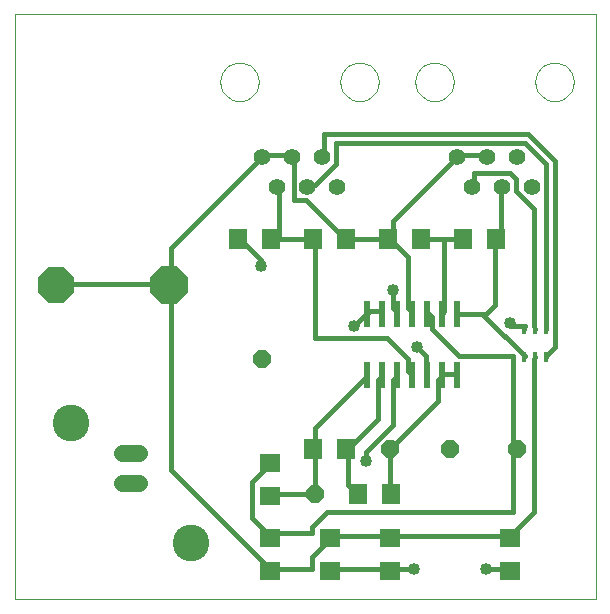
<source format=gtl>
G75*
%MOIN*%
%OFA0B0*%
%FSLAX24Y24*%
%IPPOS*%
%LPD*%
%AMOC8*
5,1,8,0,0,1.08239X$1,22.5*
%
%ADD10C,0.0000*%
%ADD11C,0.0582*%
%ADD12C,0.1223*%
%ADD13OC8,0.1181*%
%ADD14OC8,0.1266*%
%ADD15R,0.0120X0.0354*%
%ADD16C,0.0554*%
%ADD17R,0.0630X0.0709*%
%ADD18R,0.0630X0.0710*%
%ADD19R,0.0710X0.0630*%
%ADD20R,0.0236X0.0866*%
%ADD21R,0.0709X0.0630*%
%ADD22OC8,0.0600*%
%ADD23C,0.0180*%
%ADD24C,0.0400*%
D10*
X000100Y001257D02*
X000100Y020753D01*
X019470Y020753D01*
X019470Y001257D01*
X000100Y001257D01*
X006960Y018507D02*
X006962Y018557D01*
X006968Y018607D01*
X006978Y018656D01*
X006991Y018705D01*
X007009Y018752D01*
X007030Y018798D01*
X007054Y018841D01*
X007082Y018883D01*
X007113Y018923D01*
X007147Y018960D01*
X007184Y018994D01*
X007224Y019025D01*
X007266Y019053D01*
X007309Y019077D01*
X007355Y019098D01*
X007402Y019116D01*
X007451Y019129D01*
X007500Y019139D01*
X007550Y019145D01*
X007600Y019147D01*
X007650Y019145D01*
X007700Y019139D01*
X007749Y019129D01*
X007798Y019116D01*
X007845Y019098D01*
X007891Y019077D01*
X007934Y019053D01*
X007976Y019025D01*
X008016Y018994D01*
X008053Y018960D01*
X008087Y018923D01*
X008118Y018883D01*
X008146Y018841D01*
X008170Y018798D01*
X008191Y018752D01*
X008209Y018705D01*
X008222Y018656D01*
X008232Y018607D01*
X008238Y018557D01*
X008240Y018507D01*
X008238Y018457D01*
X008232Y018407D01*
X008222Y018358D01*
X008209Y018309D01*
X008191Y018262D01*
X008170Y018216D01*
X008146Y018173D01*
X008118Y018131D01*
X008087Y018091D01*
X008053Y018054D01*
X008016Y018020D01*
X007976Y017989D01*
X007934Y017961D01*
X007891Y017937D01*
X007845Y017916D01*
X007798Y017898D01*
X007749Y017885D01*
X007700Y017875D01*
X007650Y017869D01*
X007600Y017867D01*
X007550Y017869D01*
X007500Y017875D01*
X007451Y017885D01*
X007402Y017898D01*
X007355Y017916D01*
X007309Y017937D01*
X007266Y017961D01*
X007224Y017989D01*
X007184Y018020D01*
X007147Y018054D01*
X007113Y018091D01*
X007082Y018131D01*
X007054Y018173D01*
X007030Y018216D01*
X007009Y018262D01*
X006991Y018309D01*
X006978Y018358D01*
X006968Y018407D01*
X006962Y018457D01*
X006960Y018507D01*
X010960Y018507D02*
X010962Y018557D01*
X010968Y018607D01*
X010978Y018656D01*
X010991Y018705D01*
X011009Y018752D01*
X011030Y018798D01*
X011054Y018841D01*
X011082Y018883D01*
X011113Y018923D01*
X011147Y018960D01*
X011184Y018994D01*
X011224Y019025D01*
X011266Y019053D01*
X011309Y019077D01*
X011355Y019098D01*
X011402Y019116D01*
X011451Y019129D01*
X011500Y019139D01*
X011550Y019145D01*
X011600Y019147D01*
X011650Y019145D01*
X011700Y019139D01*
X011749Y019129D01*
X011798Y019116D01*
X011845Y019098D01*
X011891Y019077D01*
X011934Y019053D01*
X011976Y019025D01*
X012016Y018994D01*
X012053Y018960D01*
X012087Y018923D01*
X012118Y018883D01*
X012146Y018841D01*
X012170Y018798D01*
X012191Y018752D01*
X012209Y018705D01*
X012222Y018656D01*
X012232Y018607D01*
X012238Y018557D01*
X012240Y018507D01*
X012238Y018457D01*
X012232Y018407D01*
X012222Y018358D01*
X012209Y018309D01*
X012191Y018262D01*
X012170Y018216D01*
X012146Y018173D01*
X012118Y018131D01*
X012087Y018091D01*
X012053Y018054D01*
X012016Y018020D01*
X011976Y017989D01*
X011934Y017961D01*
X011891Y017937D01*
X011845Y017916D01*
X011798Y017898D01*
X011749Y017885D01*
X011700Y017875D01*
X011650Y017869D01*
X011600Y017867D01*
X011550Y017869D01*
X011500Y017875D01*
X011451Y017885D01*
X011402Y017898D01*
X011355Y017916D01*
X011309Y017937D01*
X011266Y017961D01*
X011224Y017989D01*
X011184Y018020D01*
X011147Y018054D01*
X011113Y018091D01*
X011082Y018131D01*
X011054Y018173D01*
X011030Y018216D01*
X011009Y018262D01*
X010991Y018309D01*
X010978Y018358D01*
X010968Y018407D01*
X010962Y018457D01*
X010960Y018507D01*
X013460Y018507D02*
X013462Y018557D01*
X013468Y018607D01*
X013478Y018656D01*
X013491Y018705D01*
X013509Y018752D01*
X013530Y018798D01*
X013554Y018841D01*
X013582Y018883D01*
X013613Y018923D01*
X013647Y018960D01*
X013684Y018994D01*
X013724Y019025D01*
X013766Y019053D01*
X013809Y019077D01*
X013855Y019098D01*
X013902Y019116D01*
X013951Y019129D01*
X014000Y019139D01*
X014050Y019145D01*
X014100Y019147D01*
X014150Y019145D01*
X014200Y019139D01*
X014249Y019129D01*
X014298Y019116D01*
X014345Y019098D01*
X014391Y019077D01*
X014434Y019053D01*
X014476Y019025D01*
X014516Y018994D01*
X014553Y018960D01*
X014587Y018923D01*
X014618Y018883D01*
X014646Y018841D01*
X014670Y018798D01*
X014691Y018752D01*
X014709Y018705D01*
X014722Y018656D01*
X014732Y018607D01*
X014738Y018557D01*
X014740Y018507D01*
X014738Y018457D01*
X014732Y018407D01*
X014722Y018358D01*
X014709Y018309D01*
X014691Y018262D01*
X014670Y018216D01*
X014646Y018173D01*
X014618Y018131D01*
X014587Y018091D01*
X014553Y018054D01*
X014516Y018020D01*
X014476Y017989D01*
X014434Y017961D01*
X014391Y017937D01*
X014345Y017916D01*
X014298Y017898D01*
X014249Y017885D01*
X014200Y017875D01*
X014150Y017869D01*
X014100Y017867D01*
X014050Y017869D01*
X014000Y017875D01*
X013951Y017885D01*
X013902Y017898D01*
X013855Y017916D01*
X013809Y017937D01*
X013766Y017961D01*
X013724Y017989D01*
X013684Y018020D01*
X013647Y018054D01*
X013613Y018091D01*
X013582Y018131D01*
X013554Y018173D01*
X013530Y018216D01*
X013509Y018262D01*
X013491Y018309D01*
X013478Y018358D01*
X013468Y018407D01*
X013462Y018457D01*
X013460Y018507D01*
X017460Y018507D02*
X017462Y018557D01*
X017468Y018607D01*
X017478Y018656D01*
X017491Y018705D01*
X017509Y018752D01*
X017530Y018798D01*
X017554Y018841D01*
X017582Y018883D01*
X017613Y018923D01*
X017647Y018960D01*
X017684Y018994D01*
X017724Y019025D01*
X017766Y019053D01*
X017809Y019077D01*
X017855Y019098D01*
X017902Y019116D01*
X017951Y019129D01*
X018000Y019139D01*
X018050Y019145D01*
X018100Y019147D01*
X018150Y019145D01*
X018200Y019139D01*
X018249Y019129D01*
X018298Y019116D01*
X018345Y019098D01*
X018391Y019077D01*
X018434Y019053D01*
X018476Y019025D01*
X018516Y018994D01*
X018553Y018960D01*
X018587Y018923D01*
X018618Y018883D01*
X018646Y018841D01*
X018670Y018798D01*
X018691Y018752D01*
X018709Y018705D01*
X018722Y018656D01*
X018732Y018607D01*
X018738Y018557D01*
X018740Y018507D01*
X018738Y018457D01*
X018732Y018407D01*
X018722Y018358D01*
X018709Y018309D01*
X018691Y018262D01*
X018670Y018216D01*
X018646Y018173D01*
X018618Y018131D01*
X018587Y018091D01*
X018553Y018054D01*
X018516Y018020D01*
X018476Y017989D01*
X018434Y017961D01*
X018391Y017937D01*
X018345Y017916D01*
X018298Y017898D01*
X018249Y017885D01*
X018200Y017875D01*
X018150Y017869D01*
X018100Y017867D01*
X018050Y017869D01*
X018000Y017875D01*
X017951Y017885D01*
X017902Y017898D01*
X017855Y017916D01*
X017809Y017937D01*
X017766Y017961D01*
X017724Y017989D01*
X017684Y018020D01*
X017647Y018054D01*
X017613Y018091D01*
X017582Y018131D01*
X017554Y018173D01*
X017530Y018216D01*
X017509Y018262D01*
X017491Y018309D01*
X017478Y018358D01*
X017468Y018407D01*
X017462Y018457D01*
X017460Y018507D01*
D11*
X004265Y006131D02*
X003683Y006131D01*
X003675Y005139D02*
X004257Y005139D01*
D12*
X005974Y003131D03*
X001974Y007131D03*
D13*
X001494Y011726D03*
D14*
X005234Y011726D03*
D15*
X017086Y010275D03*
X017441Y010275D03*
X017815Y010275D03*
X017815Y009330D03*
X017441Y009330D03*
X017086Y009330D03*
D16*
X017350Y015007D03*
X016850Y016007D03*
X016350Y015007D03*
X015850Y016007D03*
X015350Y015007D03*
X014850Y016007D03*
X010850Y015007D03*
X010350Y016007D03*
X009850Y015007D03*
X009350Y016007D03*
X008850Y015007D03*
X008350Y016007D03*
D17*
X010049Y013257D03*
X011151Y013257D03*
D18*
X012540Y013257D03*
X013660Y013257D03*
X015040Y013257D03*
X016160Y013257D03*
X011160Y006257D03*
X010040Y006257D03*
X011540Y004757D03*
X012660Y004757D03*
X008660Y013257D03*
X007540Y013257D03*
D19*
X008600Y005817D03*
X008600Y004697D03*
X016600Y003317D03*
X016600Y002197D03*
D20*
X014850Y008734D03*
X014350Y008734D03*
X013850Y008734D03*
X013350Y008734D03*
X012850Y008734D03*
X012350Y008734D03*
X011850Y008734D03*
X011850Y010781D03*
X012350Y010781D03*
X012850Y010781D03*
X013350Y010781D03*
X013850Y010781D03*
X014350Y010781D03*
X014850Y010781D03*
D21*
X012600Y003308D03*
X012600Y002206D03*
X010600Y002206D03*
X010600Y003308D03*
X008600Y003308D03*
X008600Y002206D03*
D22*
X010100Y004757D03*
X012600Y006257D03*
X014600Y006257D03*
X016850Y006257D03*
X008350Y009257D03*
D23*
X010100Y009957D02*
X010100Y013257D01*
X010049Y013257D01*
X010000Y013257D01*
X008900Y013257D01*
X008660Y013257D01*
X008700Y013257D01*
X008900Y013257D01*
X008900Y014957D01*
X008850Y015007D01*
X009400Y014557D02*
X009400Y015957D01*
X009350Y016007D01*
X009300Y016057D01*
X008400Y016057D01*
X008350Y016007D01*
X008300Y015957D01*
X005300Y012957D01*
X005300Y011757D01*
X005234Y011726D01*
X005300Y011657D01*
X005300Y005557D01*
X008600Y002257D01*
X008600Y002206D01*
X008600Y002257D01*
X010000Y002257D01*
X010000Y002657D01*
X010600Y003257D01*
X010600Y003308D01*
X010600Y003357D01*
X012600Y003357D01*
X012600Y003308D01*
X012600Y003357D01*
X016600Y003357D01*
X016600Y003317D01*
X016600Y003357D01*
X017400Y004157D01*
X017400Y009257D01*
X017441Y009330D01*
X017800Y009357D02*
X017815Y009330D01*
X017800Y009357D02*
X018100Y009657D01*
X018100Y015857D01*
X017200Y016757D01*
X010400Y016757D01*
X010400Y016057D01*
X010350Y016007D01*
X010800Y015757D02*
X010100Y015057D01*
X009900Y015057D01*
X009850Y015007D01*
X009800Y014557D02*
X009400Y014557D01*
X009800Y014557D02*
X011100Y013257D01*
X011151Y013257D01*
X011200Y013257D01*
X012500Y013257D01*
X012540Y013257D01*
X012700Y013257D01*
X012700Y013857D01*
X014800Y015957D01*
X014850Y016007D01*
X014900Y016057D01*
X015800Y016057D01*
X015850Y016007D01*
X015400Y015457D02*
X015400Y015057D01*
X015350Y015007D01*
X015400Y015457D02*
X016600Y015457D01*
X016800Y015257D01*
X016800Y014857D01*
X017400Y014257D01*
X017400Y010357D01*
X017441Y010275D01*
X017800Y010357D02*
X017815Y010275D01*
X017800Y010357D02*
X017800Y015757D01*
X017100Y016457D01*
X010800Y016457D01*
X010800Y015757D01*
X012540Y013257D02*
X012600Y013257D01*
X013200Y012657D01*
X013200Y010957D01*
X013300Y010857D01*
X013350Y010781D01*
X013850Y010781D02*
X013900Y010757D01*
X014000Y010657D01*
X014000Y010257D01*
X014900Y009357D01*
X016700Y009357D01*
X016700Y006357D01*
X016800Y006257D01*
X016850Y006257D01*
X016700Y006257D01*
X016700Y004157D01*
X010500Y004157D01*
X010000Y003657D01*
X010000Y003457D01*
X008600Y003457D01*
X008600Y003308D01*
X008600Y003357D01*
X008000Y003957D01*
X008000Y005157D01*
X008600Y005757D01*
X008600Y005817D01*
X008600Y004757D02*
X008600Y004697D01*
X008600Y004757D02*
X010100Y004757D01*
X010100Y006257D01*
X010040Y006257D01*
X010100Y006257D01*
X010100Y006957D01*
X011800Y008657D01*
X011850Y008734D01*
X012200Y008557D02*
X012200Y007257D01*
X011200Y006257D01*
X011160Y006257D01*
X011200Y006257D01*
X011200Y005057D01*
X011500Y004757D01*
X011540Y004757D01*
X011800Y005857D02*
X011800Y006157D01*
X012700Y007057D01*
X012700Y008557D01*
X012800Y008657D01*
X012850Y008734D01*
X013200Y008857D02*
X013200Y009257D01*
X012500Y009957D01*
X010100Y009957D01*
X011400Y010357D02*
X011800Y010757D01*
X011850Y010781D01*
X011900Y010857D01*
X012300Y010857D01*
X012350Y010781D01*
X012700Y010957D02*
X012700Y011557D01*
X012700Y010957D02*
X012800Y010857D01*
X012850Y010781D01*
X013500Y009657D02*
X013800Y009357D01*
X013800Y008757D01*
X013850Y008734D01*
X014200Y008557D02*
X014200Y007857D01*
X012600Y006257D01*
X012600Y004757D01*
X012660Y004757D01*
X012600Y002257D02*
X010600Y002257D01*
X010600Y002206D01*
X012600Y002257D02*
X012600Y002206D01*
X012600Y002257D01*
X013400Y002257D01*
X015800Y002257D02*
X016600Y002257D01*
X016600Y002197D01*
X014200Y008557D02*
X014300Y008657D01*
X014350Y008734D01*
X014400Y008757D01*
X014800Y008757D01*
X014850Y008734D01*
X013350Y008734D02*
X013300Y008757D01*
X013200Y008857D01*
X012350Y008734D02*
X012300Y008657D01*
X012200Y008557D01*
X014350Y010781D02*
X014400Y010857D01*
X014400Y013257D01*
X013700Y013257D01*
X013660Y013257D01*
X014400Y013257D02*
X015000Y013257D01*
X015040Y013257D01*
X016100Y013257D02*
X016160Y013257D01*
X016200Y013257D01*
X016300Y013357D01*
X016300Y014957D01*
X016350Y015007D01*
X016100Y013257D02*
X016100Y011057D01*
X015800Y010757D01*
X015750Y010707D01*
X017100Y009357D01*
X017086Y009330D01*
X017086Y010275D02*
X017100Y010357D01*
X016600Y010357D01*
X016600Y010457D01*
X015750Y010707D02*
X015700Y010757D01*
X014900Y010757D01*
X014850Y010781D01*
X008300Y012357D02*
X008300Y012557D01*
X007600Y013257D01*
X007540Y013257D01*
X005234Y011726D02*
X005200Y011757D01*
X001500Y011757D01*
X001494Y011726D01*
D24*
X008300Y012357D03*
X011400Y010357D03*
X012700Y011557D03*
X013500Y009657D03*
X016600Y010457D03*
X011800Y005857D03*
X013400Y002257D03*
X015800Y002257D03*
M02*

</source>
